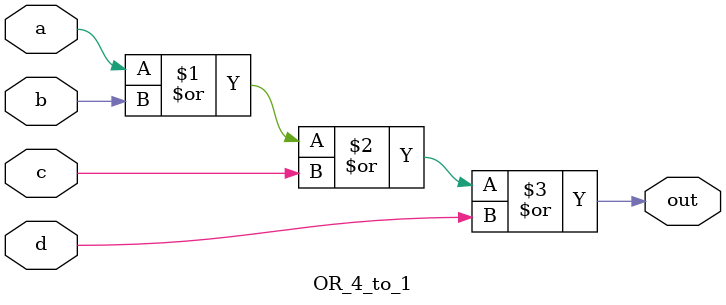
<source format=v>
`timescale 1ns / 1ps


module OR_4_to_1(
    input a, b, c, d,
    output out
    );
    
    assign out = a|b|c|d;
     
endmodule

</source>
